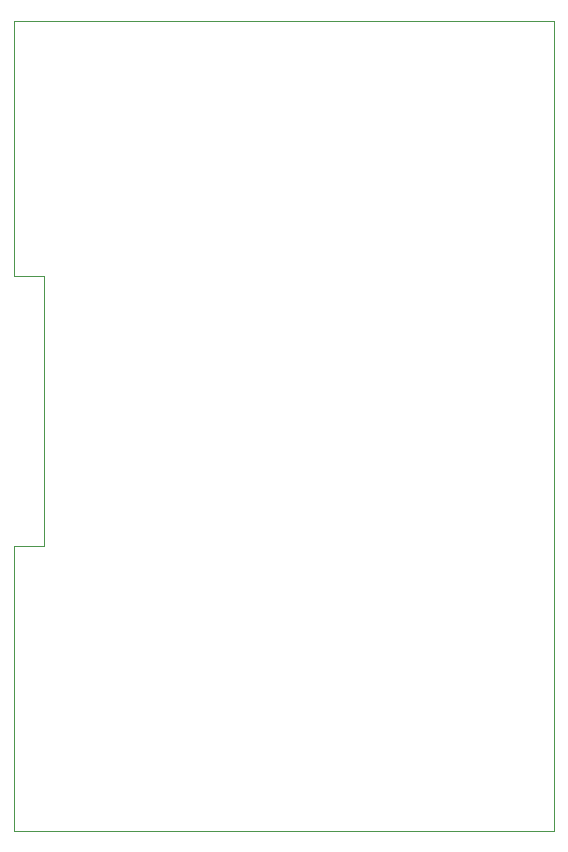
<source format=gbr>
%TF.GenerationSoftware,KiCad,Pcbnew,5.1.7-a382d34a8~88~ubuntu18.04.1*%
%TF.CreationDate,2021-04-24T17:29:33+03:00*%
%TF.ProjectId,quadimodo_pcb,71756164-696d-46f6-946f-5f7063622e6b,rev?*%
%TF.SameCoordinates,Original*%
%TF.FileFunction,Profile,NP*%
%FSLAX46Y46*%
G04 Gerber Fmt 4.6, Leading zero omitted, Abs format (unit mm)*
G04 Created by KiCad (PCBNEW 5.1.7-a382d34a8~88~ubuntu18.04.1) date 2021-04-24 17:29:33*
%MOMM*%
%LPD*%
G01*
G04 APERTURE LIST*
%TA.AperFunction,Profile*%
%ADD10C,0.100000*%
%TD*%
G04 APERTURE END LIST*
D10*
X71120000Y-25400000D02*
X71120000Y-93980000D01*
X25400000Y-25400000D02*
X71120000Y-25400000D01*
X25400000Y-46990000D02*
X25400000Y-25400000D01*
X27940000Y-46990000D02*
X25400000Y-46990000D01*
X27940000Y-69850000D02*
X27940000Y-46990000D01*
X25400000Y-69850000D02*
X27940000Y-69850000D01*
X25400000Y-93980000D02*
X25400000Y-69850000D01*
X71120000Y-93980000D02*
X25400000Y-93980000D01*
M02*

</source>
